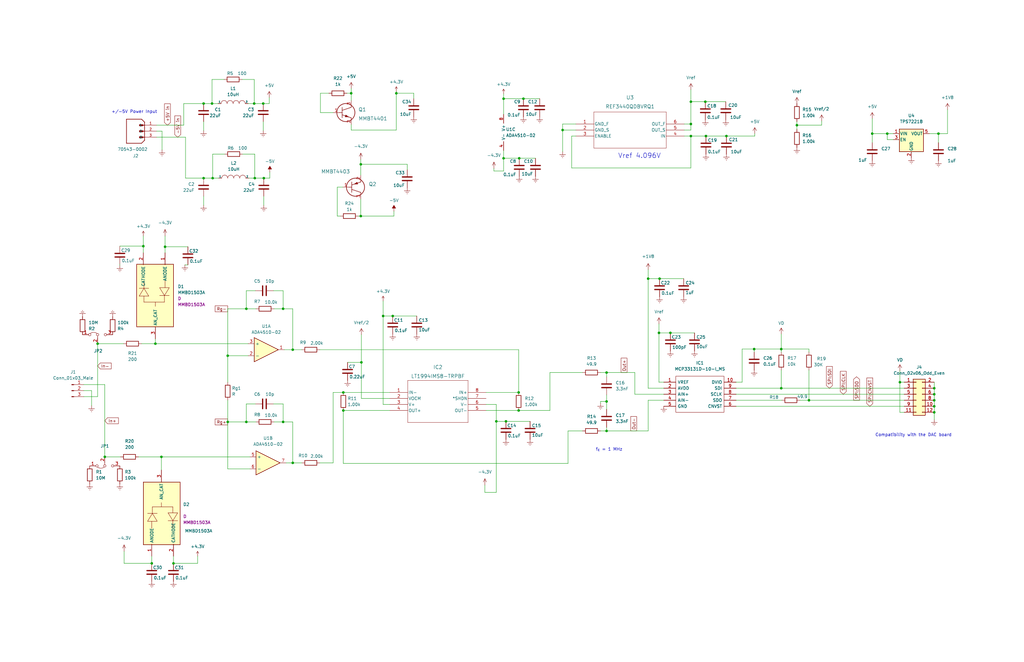
<source format=kicad_sch>
(kicad_sch (version 20231120) (generator "eeschema") (generator_version "8.0")
  (paper "B")
  (title_block (title "Instrumentation input 16bit, for SPI") (date "2024-01-11") (rev "0.1") (company "Mitchell C Nelson, PhD (c) 2024"))
  (junction (at 123.444 147.574))
  (junction (at 107.188 43.688))
  (junction (at 255.778 157.226))
  (junction (at 41.148 145.034))
  (junction (at 282.702 140.462))
  (junction (at 212.344 41.656))
  (junction (at 341.122 168.91))
  (junction (at 85.852 75.184))
  (junction (at 209.296 177.8))
  (junction (at 218.948 66.802))
  (junction (at 119.38 130.302))
  (junction (at 393.954 168.91))
  (junction (at 44.196 192.786))
  (junction (at 367.792 56.388))
  (junction (at 297.688 57.404))
  (junction (at 60.452 103.886))
  (junction (at 152.4 152.908))
  (junction (at 68.072 192.786))
  (junction (at 306.324 57.404))
  (junction (at 123.444 195.326))
  (junction (at 69.596 104.14))
  (junction (at 273.304 117.602))
  (junction (at 278.13 117.602))
  (junction (at 218.694 165.608))
  (junction (at 255.778 181.864))
  (junction (at 393.954 171.45))
  (junction (at 103.886 178.054))
  (junction (at 393.954 163.83))
  (junction (at 111.252 75.184))
  (junction (at 213.36 177.8))
  (junction (at 393.954 173.99))
  (junction (at 379.476 161.29))
  (junction (at 165.608 133.35))
  (junction (at 167.132 39.37))
  (junction (at 152.146 69.342))
  (junction (at 64.008 237.744))
  (junction (at 103.886 130.302))
  (junction (at 329.438 147.32))
  (junction (at 218.694 173.228))
  (junction (at 89.408 43.688))
  (junction (at 291.338 57.404))
  (junction (at 144.78 173.228))
  (junction (at 107.442 75.184))
  (junction (at 277.876 140.462))
  (junction (at 374.142 56.388))
  (junction (at 96.012 150.114))
  (junction (at 152.146 91.186))
  (junction (at 65.532 145.034))
  (junction (at 329.438 163.83))
  (junction (at 237.236 54.864))
  (junction (at 220.726 41.656))
  (junction (at 395.732 56.388))
  (junction (at 336.042 52.832))
  (junction (at 318.008 147.32))
  (junction (at 212.344 66.802))
  (junction (at 161.544 133.35))
  (junction (at 291.338 42.926))
  (junction (at 291.338 52.324))
  (junction (at 110.998 43.688))
  (junction (at 89.662 75.184))
  (junction (at 96.012 178.054))
  (junction (at 144.78 165.608))
  (junction (at 119.38 178.054))
  (junction (at 255.778 169.418))
  (junction (at 393.954 166.37))
  (junction (at 297.434 42.926))
  (junction (at 148.082 39.37))
  (junction (at 85.852 43.688))
  (junction (at 73.152 237.744))
  (wire (pts (xy 267.716 166.37) (xy 267.716 157.226)))
  (wire (pts (xy 393.954 173.99) (xy 393.954 177.038)))
  (wire (pts (xy 277.876 140.462) (xy 282.702 140.462)))
  (wire (pts (xy 204.978 165.608) (xy 218.694 165.608)))
  (wire (pts (xy 242.824 52.324) (xy 237.236 52.324)))
  (wire (pts (xy 69.596 104.14) (xy 79.248 104.14)))
  (wire (pts (xy 273.304 168.91) (xy 273.304 181.864)))
  (wire (pts (xy 127.254 147.574) (xy 123.444 147.574)))
  (wire (pts (xy 115.57 130.302) (xy 119.38 130.302)))
  (wire (pts (xy 142.24 91.186) (xy 143.51 91.186)))
  (wire (pts (xy 96.012 168.91) (xy 96.012 178.054)))
  (wire (pts (xy 115.316 122.682) (xy 119.38 122.682)))
  (wire (pts (xy 341.122 156.21) (xy 341.122 168.91)))
  (wire (pts (xy 89.408 43.688) (xy 91.948 43.688)))
  (wire (pts (xy 318.262 57.404) (xy 318.262 56.388)))
  (wire (pts (xy 103.886 170.434) (xy 103.886 178.054)))
  (wire (pts (xy 209.296 177.8) (xy 213.36 177.8)))
  (wire (pts (xy 111.252 75.184) (xy 113.792 75.184)))
  (wire (pts (xy 68.326 55.372) (xy 68.326 63.246)))
  (wire (pts (xy 306.324 57.404) (xy 318.262 57.404)))
  (wire (pts (xy 119.888 147.574) (xy 123.444 147.574)))
  (wire (pts (xy 123.444 178.054) (xy 123.444 195.326)))
  (wire (pts (xy 83.312 237.744) (xy 83.312 234.696)))
  (wire (pts (xy 218.694 147.574) (xy 218.694 165.608)))
  (wire (pts (xy 310.388 171.45) (xy 381.254 171.45)))
  (wire (pts (xy 393.954 161.29) (xy 393.954 163.83)))
  (wire (pts (xy 255.778 180.34) (xy 255.778 181.864)))
  (wire (pts (xy 291.338 54.864) (xy 288.544 54.864)))
  (wire (pts (xy 152.146 84.074) (xy 152.146 91.186)))
  (wire (pts (xy 113.792 72.644) (xy 113.792 75.184)))
  (wire (pts (xy 119.38 170.434) (xy 119.38 178.054)))
  (wire (pts (xy 140.462 165.608) (xy 144.78 165.608)))
  (wire (pts (xy 44.196 162.306) (xy 44.196 192.786)))
  (wire (pts (xy 255.778 169.418) (xy 253.238 169.418)))
  (wire (pts (xy 174.498 39.37) (xy 167.132 39.37)))
  (wire (pts (xy 134.874 147.574) (xy 218.694 147.574)))
  (wire (pts (xy 77.47 43.688) (xy 77.47 52.832)))
  (wire (pts (xy 148.082 54.864) (xy 167.132 54.864)))
  (wire (pts (xy 146.558 152.908) (xy 152.4 152.908)))
  (wire (pts (xy 318.008 147.32) (xy 329.438 147.32)))
  (wire (pts (xy 134.874 195.326) (xy 140.462 195.326)))
  (wire (pts (xy 164.338 170.688) (xy 161.544 170.688)))
  (wire (pts (xy 50.546 111.506) (xy 50.546 112.014)))
  (wire (pts (xy 310.388 163.83) (xy 329.438 163.83)))
  (wire (pts (xy 282.702 140.462) (xy 292.862 140.462)))
  (wire (pts (xy 212.344 66.802) (xy 218.948 66.802)))
  (wire (pts (xy 291.338 42.926) (xy 291.338 52.324)))
  (wire (pts (xy 279.908 168.91) (xy 273.304 168.91)))
  (wire (pts (xy 60.452 103.886) (xy 60.452 106.68)))
  (wire (pts (xy 107.95 130.302) (xy 103.886 130.302)))
  (wire (pts (xy 237.236 54.864) (xy 242.824 54.864)))
  (wire (pts (xy 115.316 170.434) (xy 119.38 170.434)))
  (wire (pts (xy 391.922 56.388) (xy 395.732 56.388)))
  (wire (pts (xy 151.13 91.186) (xy 152.146 91.186)))
  (wire (pts (xy 253.238 169.418) (xy 253.238 170.18)))
  (wire (pts (xy 144.526 78.994) (xy 142.24 78.994)))
  (wire (pts (xy 277.876 161.29) (xy 277.876 140.462)))
  (wire (pts (xy 107.188 43.688) (xy 110.998 43.688)))
  (wire (pts (xy 253.238 181.864) (xy 255.778 181.864)))
  (wire (pts (xy 291.338 52.324) (xy 291.338 54.864)))
  (wire (pts (xy 120.65 195.326) (xy 123.444 195.326)))
  (wire (pts (xy 64.008 237.744) (xy 52.324 237.744)))
  (wire (pts (xy 341.122 147.32) (xy 341.122 148.59)))
  (wire (pts (xy 65.532 145.034) (xy 104.648 145.034)))
  (wire (pts (xy 310.388 166.37) (xy 381.254 166.37)))
  (wire (pts (xy 336.042 52.832) (xy 346.456 52.832)))
  (wire (pts (xy 102.108 33.528) (xy 107.188 33.528)))
  (wire (pts (xy 346.456 52.832) (xy 346.456 51.054)))
  (wire (pts (xy 212.344 39.624) (xy 212.344 41.656)))
  (wire (pts (xy 312.928 147.32) (xy 312.928 161.29)))
  (wire (pts (xy 167.132 39.37) (xy 167.132 38.608)))
  (wire (pts (xy 255.778 169.418) (xy 255.778 172.72)))
  (wire (pts (xy 241.046 70.866) (xy 291.338 70.866)))
  (wire (pts (xy 291.338 42.926) (xy 297.434 42.926)))
  (wire (pts (xy 96.012 197.866) (xy 105.41 197.866)))
  (wire (pts (xy 135.128 47.498) (xy 140.462 47.498)))
  (wire (pts (xy 107.442 65.024) (xy 107.442 75.184)))
  (wire (pts (xy 58.42 192.786) (xy 68.072 192.786)))
  (wire (pts (xy 152.4 152.908) (xy 152.4 168.148)))
  (wire (pts (xy 273.304 117.602) (xy 273.304 113.792)))
  (wire (pts (xy 312.928 147.32) (xy 318.008 147.32)))
  (wire (pts (xy 165.608 133.35) (xy 175.768 133.35)))
  (wire (pts (xy 94.742 65.024) (xy 89.662 65.024)))
  (wire (pts (xy 393.954 171.45) (xy 393.954 173.99)))
  (wire (pts (xy 59.69 145.034) (xy 65.532 145.034)))
  (wire (pts (xy 164.338 168.148) (xy 152.4 168.148)))
  (wire (pts (xy 107.696 122.682) (xy 103.886 122.682)))
  (wire (pts (xy 85.852 75.184) (xy 89.662 75.184)))
  (wire (pts (xy 204.978 170.688) (xy 209.296 170.688)))
  (wire (pts (xy 152.146 69.342) (xy 171.704 69.342)))
  (wire (pts (xy 144.78 195.58) (xy 239.522 195.58)))
  (wire (pts (xy 237.236 54.864) (xy 237.236 64.008)))
  (wire (pts (xy 208.28 71.12) (xy 208.28 72.136)))
  (wire (pts (xy 85.852 82.804) (xy 85.852 86.614)))
  (wire (pts (xy 161.544 133.35) (xy 161.544 170.688)))
  (wire (pts (xy 110.998 51.308) (xy 110.998 55.118)))
  (wire (pts (xy 329.438 147.32) (xy 329.438 148.59)))
  (wire (pts (xy 50.546 103.886) (xy 60.452 103.886)))
  (wire (pts (xy 204.978 173.228) (xy 218.694 173.228)))
  (wire (pts (xy 73.152 234.696) (xy 73.152 237.744)))
  (wire (pts (xy 208.28 72.136) (xy 212.344 72.136)))
  (wire (pts (xy 381.254 161.29) (xy 379.476 161.29)))
  (wire (pts (xy 44.196 192.786) (xy 50.8 192.786)))
  (wire (pts (xy 341.122 168.91) (xy 381.254 168.91)))
  (wire (pts (xy 277.876 140.462) (xy 277.876 136.652)))
  (wire (pts (xy 209.296 170.688) (xy 209.296 177.8)))
  (wire (pts (xy 60.452 99.568) (xy 60.452 103.886)))
  (wire (pts (xy 103.886 130.302) (xy 96.012 130.302)))
  (wire (pts (xy 138.684 39.37) (xy 135.128 39.37)))
  (wire (pts (xy 107.188 33.528) (xy 107.188 43.688)))
  (wire (pts (xy 237.236 52.324) (xy 237.236 54.864)))
  (wire (pts (xy 288.544 52.324) (xy 291.338 52.324)))
  (wire (pts (xy 161.544 133.35) (xy 165.608 133.35)))
  (wire (pts (xy 374.142 58.928) (xy 374.142 56.388)))
  (wire (pts (xy 395.732 56.388) (xy 399.542 56.388)))
  (wire (pts (xy 148.082 52.578) (xy 148.082 54.864)))
  (wire (pts (xy 64.008 234.696) (xy 64.008 237.744)))
  (wire (pts (xy 103.886 178.054) (xy 96.012 178.054)))
  (wire (pts (xy 152.4 141.224) (xy 152.4 152.908)))
  (wire (pts (xy 96.012 161.29) (xy 96.012 150.114)))
  (wire (pts (xy 135.128 39.37) (xy 135.128 47.498)))
  (wire (pts (xy 291.338 37.846) (xy 291.338 42.926)))
  (wire (pts (xy 204.47 204.724) (xy 204.47 207.772)))
  (wire (pts (xy 279.908 163.83) (xy 273.304 163.83)))
  (wire (pts (xy 78.232 57.912) (xy 78.232 75.184)))
  (wire (pts (xy 367.792 56.388) (xy 367.792 60.198)))
  (wire (pts (xy 273.304 117.602) (xy 273.304 163.83)))
  (wire (pts (xy 255.778 157.226) (xy 255.778 159.004)))
  (wire (pts (xy 110.998 43.688) (xy 113.538 43.688)))
  (wire (pts (xy 291.338 57.404) (xy 297.688 57.404)))
  (wire (pts (xy 96.012 178.054) (xy 96.012 197.866)))
  (wire (pts (xy 127.254 195.326) (xy 123.444 195.326)))
  (wire (pts (xy 213.36 177.8) (xy 223.52 177.8)))
  (wire (pts (xy 227.584 41.656) (xy 220.726 41.656)))
  (wire (pts (xy 69.596 104.14) (xy 69.596 106.68)))
  (wire (pts (xy 231.902 173.228) (xy 231.902 157.226)))
  (wire (pts (xy 103.886 122.682) (xy 103.886 130.302)))
  (wire (pts (xy 379.476 173.99) (xy 381.254 173.99)))
  (wire (pts (xy 119.38 178.054) (xy 123.444 178.054)))
  (wire (pts (xy 73.152 237.744) (xy 83.312 237.744)))
  (wire (pts (xy 393.954 166.37) (xy 393.954 168.91)))
  (wire (pts (xy 115.57 178.054) (xy 119.38 178.054)))
  (wire (pts (xy 89.662 75.184) (xy 92.202 75.184)))
  (wire (pts (xy 85.852 43.688) (xy 77.47 43.688)))
  (wire (pts (xy 225.806 66.802) (xy 218.948 66.802)))
  (wire (pts (xy 279.908 166.37) (xy 267.716 166.37)))
  (wire (pts (xy 85.852 51.308) (xy 85.852 55.118)))
  (wire (pts (xy 68.072 198.374) (xy 68.072 192.786)))
  (wire (pts (xy 78.232 57.912) (xy 66.04 57.912)))
  (wire (pts (xy 41.148 145.034) (xy 52.07 145.034)))
  (wire (pts (xy 212.344 41.656) (xy 220.726 41.656)))
  (wire (pts (xy 329.438 156.21) (xy 329.438 163.83)))
  (wire (pts (xy 255.778 157.226) (xy 267.716 157.226)))
  (wire (pts (xy 245.618 181.864) (xy 239.522 181.864)))
  (wire (pts (xy 174.498 41.656) (xy 174.498 39.37)))
  (wire (pts (xy 148.082 37.338) (xy 148.082 39.37)))
  (wire (pts (xy 329.438 163.83) (xy 381.254 163.83)))
  (wire (pts (xy 152.146 67.31) (xy 152.146 69.342)))
  (wire (pts (xy 379.476 161.29) (xy 379.476 156.464)))
  (wire (pts (xy 146.304 39.37) (xy 148.082 39.37)))
  (wire (pts (xy 140.462 195.326) (xy 140.462 165.608)))
  (wire (pts (xy 94.488 33.528) (xy 89.408 33.528)))
  (wire (pts (xy 367.792 56.388) (xy 374.142 56.388)))
  (wire (pts (xy 142.24 78.994) (xy 142.24 91.186)))
  (wire (pts (xy 329.438 147.32) (xy 329.438 140.97)))
  (wire (pts (xy 376.682 58.928) (xy 374.142 58.928)))
  (wire (pts (xy 119.38 122.682) (xy 119.38 130.302)))
  (wire (pts (xy 212.344 66.802) (xy 212.344 72.136)))
  (wire (pts (xy 278.13 117.602) (xy 288.29 117.602)))
  (wire (pts (xy 367.792 50.038) (xy 367.792 56.388)))
  (wire (pts (xy 329.438 147.32) (xy 341.122 147.32)))
  (wire (pts (xy 152.146 91.186) (xy 166.116 91.186)))
  (wire (pts (xy 77.978 111.76) (xy 79.248 111.76)))
  (wire (pts (xy 35.306 164.846) (xy 38.608 164.846)))
  (wire (pts (xy 113.538 41.148) (xy 113.538 43.688)))
  (wire (pts (xy 78.232 75.184) (xy 85.852 75.184)))
  (wire (pts (xy 318.008 147.32) (xy 318.008 148.59)))
  (wire (pts (xy 66.04 55.372) (xy 68.326 55.372)))
  (wire (pts (xy 297.434 42.926) (xy 306.07 42.926)))
  (wire (pts (xy 337.312 168.91) (xy 341.122 168.91)))
  (wire (pts (xy 144.78 173.228) (xy 164.338 173.228)))
  (wire (pts (xy 171.704 71.628) (xy 171.704 69.342)))
  (wire (pts (xy 89.408 33.528) (xy 89.408 43.688)))
  (wire (pts (xy 111.252 82.804) (xy 111.252 86.614)))
  (wire (pts (xy 35.306 162.306) (xy 44.196 162.306)))
  (wire (pts (xy 152.146 69.342) (xy 152.146 73.914)))
  (wire (pts (xy 35.306 167.386) (xy 41.148 167.386)))
  (wire (pts (xy 379.476 173.99) (xy 379.476 161.29)))
  (wire (pts (xy 273.304 181.864) (xy 255.778 181.864)))
  (wire (pts (xy 273.304 117.602) (xy 278.13 117.602)))
  (wire (pts (xy 395.732 56.388) (xy 395.732 60.198)))
  (wire (pts (xy 65.532 143.002) (xy 65.532 145.034)))
  (wire (pts (xy 239.522 195.58) (xy 239.522 181.864)))
  (wire (pts (xy 312.928 161.29) (xy 310.388 161.29)))
  (wire (pts (xy 52.324 237.744) (xy 52.324 232.664)))
  (wire (pts (xy 310.388 168.91) (xy 329.692 168.91)))
  (wire (pts (xy 297.688 57.404) (xy 306.324 57.404)))
  (wire (pts (xy 102.362 65.024) (xy 107.442 65.024)))
  (wire (pts (xy 374.142 56.388) (xy 376.682 56.388)))
  (wire (pts (xy 336.042 52.832) (xy 336.042 51.308)))
  (wire (pts (xy 144.78 165.608) (xy 164.338 165.608)))
  (wire (pts (xy 241.046 57.404) (xy 241.046 70.866)))
  (wire (pts (xy 291.338 70.866) (xy 291.338 57.404)))
  (wire (pts (xy 104.648 43.688) (xy 107.188 43.688)))
  (wire (pts (xy 107.442 75.184) (xy 111.252 75.184)))
  (wire (pts (xy 204.47 207.772) (xy 209.296 207.772)))
  (wire (pts (xy 253.238 157.226) (xy 255.778 157.226)))
  (wire (pts (xy 66.04 52.832) (xy 77.47 52.832)))
  (wire (pts (xy 144.78 173.228) (xy 144.78 195.58)))
  (wire (pts (xy 393.954 168.91) (xy 393.954 171.45)))
  (wire (pts (xy 107.95 178.054) (xy 103.886 178.054)))
  (wire (pts (xy 209.296 177.8) (xy 209.296 207.772)))
  (wire (pts (xy 242.824 57.404) (xy 241.046 57.404)))
  (wire (pts (xy 212.344 41.656) (xy 212.344 48.26)))
  (wire (pts (xy 123.444 130.302) (xy 123.444 147.574)))
  (wire (pts (xy 96.012 130.302) (xy 96.012 150.114)))
  (wire (pts (xy 218.694 173.228) (xy 231.902 173.228)))
  (wire (pts (xy 212.344 63.5) (xy 212.344 66.802)))
  (wire (pts (xy 336.042 54.61) (xy 336.042 52.832)))
  (wire (pts (xy 69.596 99.568) (xy 69.596 104.14)))
  (wire (pts (xy 85.852 43.688) (xy 89.408 43.688)))
  (wire (pts (xy 89.662 65.024) (xy 89.662 75.184)))
  (wire (pts (xy 166.116 89.154) (xy 166.116 91.186)))
  (wire (pts (xy 38.608 164.846) (xy 38.608 171.196)))
  (wire (pts (xy 399.542 46.228) (xy 399.542 56.388)))
  (wire (pts (xy 161.544 127) (xy 161.544 133.35)))
  (wire (pts (xy 288.544 57.404) (xy 291.338 57.404)))
  (wire (pts (xy 255.778 166.624) (xy 255.778 169.418)))
  (wire (pts (xy 245.618 157.226) (xy 231.902 157.226)))
  (wire (pts (xy 119.38 130.302) (xy 123.444 130.302)))
  (wire (pts (xy 41.148 145.034) (xy 41.148 167.386)))
  (wire (pts (xy 167.132 54.864) (xy 167.132 39.37)))
  (wire (pts (xy 96.012 150.114) (xy 104.648 150.114)))
  (wire (pts (xy 393.954 163.83) (xy 393.954 166.37)))
  (wire (pts (xy 68.072 192.786) (xy 105.41 192.786)))
  (wire (pts (xy 107.696 170.434) (xy 103.886 170.434)))
  (wire (pts (xy 104.902 75.184) (xy 107.442 75.184)))
  (wire (pts (xy 148.082 39.37) (xy 148.082 42.418)))
  (wire (pts (xy 277.876 161.29) (xy 279.908 161.29)))
  (text "+/-5V Power Input" (at 66.294 48.006 0) (effects (font (size 1.27 1.27)) (justify right bottom)))
  (text "Vref 4.096V" (at 260.604 67.056 0) (effects (font (size 2.032 2.032)) (justify left bottom)))
  (text "Compatibility with the DAC board" (at 369.062 184.404 0) (effects (font (size 1.27 1.27)) (justify left bottom)))
  (text "f_{c} = 1 MHz" (at 251.206 190.5 0) (effects (font (size 1.27 1.27)) (justify left bottom)))
  (global_label "In-" (shape input) (at 41.148 154.432 0) (property "Intersheetrefs" "${INTERSHEET_REFS}" (effects (hide yes))))
  (global_label "Rg+" (shape passive) (at 96.012 178.054 180) (property "Intersheetrefs" "${INTERSHEET_REFS}" (effects (hide yes))))
  (global_label "Out-" (shape passive) (at 267.208 181.864 90) (property "Intersheetrefs" "${INTERSHEET_REFS}" (effects (hide yes))))
  (global_label "SPI:SDI" (shape input) (at 349.758 163.83 90) (property "Intersheetrefs" "${INTERSHEET_REFS}" (effects (hide yes))))
  (global_label "SPI:CLK" (shape input) (at 355.6 166.37 90) (property "Intersheetrefs" "${INTERSHEET_REFS}" (effects (hide yes))))
  (global_label "Rg-" (shape passive) (at 96.012 130.302 180) (property "Intersheetrefs" "${INTERSHEET_REFS}" (effects (hide yes))))
  (global_label "-5V in" (shape input) (at 74.93 57.912 90) (property "Intersheetrefs" "${INTERSHEET_REFS}" (effects (hide yes))))
  (global_label "SPI:CNVST" (shape input) (at 366.776 171.45 90) (property "Intersheetrefs" "${INTERSHEET_REFS}" (effects (hide yes))))
  (global_label "In+" (shape input) (at 44.196 177.546 0) (property "Intersheetrefs" "${INTERSHEET_REFS}" (effects (hide yes))))
  (global_label "Out+" (shape passive) (at 263.144 157.226 90) (property "Intersheetrefs" "${INTERSHEET_REFS}" (effects (hide yes))))
  (global_label "SPI:SDO" (shape output) (at 361.188 168.91 90) (property "Intersheetrefs" "${INTERSHEET_REFS}" (effects (hide yes))))
  (global_label "+5V in" (shape input) (at 70.612 52.832 90) (property "Intersheetrefs" "${INTERSHEET_REFS}" (effects (hide yes))))
  (symbol (lib_id "Jumper:Jumper_3_Bridged12") (at 41.148 141.224 0) (unit 1)
    (property "Reference" "JP2" (at 41.402 148.082 0))
    (property "Value" "Conn_01x03_Male" (effects (hide yes)))
    (property "Footprint" "Connector_PinHeader_1.27mm:PinHeader_1x03_P1.27mm_Vertical" (effects (hide yes)))
    (property "Description" "Header (jumper), 3 pos 1.27mm" (effects (hide yes)))
    (property "Digikey" "S9014E-03-ND" (effects (hide yes)))
    (property "Manufacturer_Name" "Sullins" (effects (hide yes)))
    (property "Manufacturer_Part_Number" "GRPB031VWVN-RC" (effects (hide yes)))
    (property "Ancilliary" "S9345-ND" (effects (hide yes)))
  )
  (symbol (lib_id "Device:C") (at 395.732 64.008 0) (unit 1)
    (property "Reference" "C28" (at 399.542 62.7379 0) (effects (justify left)))
    (property "Value" "1uF" (at 399.542 67.818 0) (effects (justify left)))
    (property "Footprint" "Capacitor_SMD:C_0402_1005Metric" (effects (hide yes)))
    (property "Description" "Cap Cer 1uf, 10%, 16V X5R 0402" (effects (hide yes)))
    (property "Digikey" "490-13339-1-ND" (effects (hide yes)))
  )
  (symbol (lib_id "Device:C") (at 318.008 152.4 0) (unit 1)
    (property "Reference" "C26" (at 321.818 151.1299 0) (effects (justify left)))
    (property "Value" "0.1uF" (at 321.818 153.6699 0) (effects (justify left)))
    (property "Footprint" "Capacitor_SMD:C_0402_1005Metric" (effects (hide yes)))
    (property "Description" "Cap Cer 0.1uf, 10%, 16V, X7R 0402" (effects (hide yes)))
    (property "Digikey" "490-6328-1-ND" (effects (hide yes)))
  )
  (symbol (lib_id "Device:Opamp_Dual") (at 214.884 55.88 0) (unit 3)
    (property "Reference" "U1" (at 213.36 54.6099 0) (effects (justify left)))
    (property "Value" "ADA4510-02" (at 213.36 57.1499 0) (effects (justify left)))
    (property "Footprint" "Package_SO:SOIC-8_3.9x4.9mm_P1.27mm" (effects (hide yes)))
    (property "Description" "ADA4510-2, dual, 8-SOIC" (effects (hide yes)))
    (property "Manufacturer_Name" "Analog Devices" (effects (hide yes)))
    (property "Manufacturer_Part_Number" "ADA4510-2ARZ" (effects (hide yes)))
    (property "Digikey" "505-ADA4510-2ARZ-RLCT-ND" (effects (hide yes)))
  )
  (symbol (lib_id "power:Earth") (at 292.862 148.082 0) (unit 1)
    (property "Reference" "#PWR040" (effects (hide yes)))
    (property "Value" "Earth" (effects (hide yes)))
  )
  (symbol (lib_id "power:Earth") (at 278.13 125.222 0) (unit 1)
    (property "Reference" "#PWR035" (effects (hide yes)))
    (property "Value" "Earth" (effects (hide yes)))
  )
  (symbol (lib_id "Device:R") (at 131.064 195.326 90) (unit 1)
    (property "Reference" "R10" (at 127.762 192.278 90))
    (property "Value" "2.00k" (at 133.604 192.532 90))
    (property "Footprint" "Resistor_SMD:R_0402_1005Metric" (effects (hide yes)))
    (property "Description" "Res 2k, 0.1%, 0.1W 0402" (effects (hide yes)))
    (property "Digikey" "10-ERA-2VEB2001XCT-ND" (effects (hide yes)))
  )
  (symbol (lib_id "power:Earth") (at 225.806 74.422 0) (unit 1)
    (property "Reference" "#PWR019" (effects (hide yes)))
    (property "Value" "Earth" (effects (hide yes)))
  )
  (symbol (lib_id "Device:R") (at 111.76 130.302 90) (unit 1)
    (property "Reference" "R7" (at 108.458 127.254 90))
    (property "Value" "10.0k" (at 114.3 127.508 90))
    (property "Footprint" "Resistor_SMD:R_0402_1005Metric" (effects (hide yes)))
    (property "Description" "Res 10k, 0.1%, 0.1W 0402" (effects (hide yes)))
    (property "Digikey" "RNCF0402BTE10K0CT-ND" (effects (hide yes)))
  )
  (symbol (lib_id "MMBT4401:MMBT4401") (at 140.462 47.498 0) (unit 1)
    (property "Reference" "Q1" (at 151.13 46.228 0) (effects (font (size 1.524 1.524)) (justify left)))
    (property "Value" "MMBT4401" (at 151.13 50.038 0) (effects (font (size 1.524 1.524)) (justify left)))
    (property "Footprint" "SOT-23_LTO" (effects (hide yes)))
    (property "Datasheet" "MMBT4401" (effects (hide yes)))
    (property "Description" "MMBT4401, BJT NPN 40V 600mA SOT-23" (effects (hide yes)))
    (property "Digikey" "4878-MMBT4401CT-ND" (effects (hide yes)))
  )
  (symbol (lib_name "-4.3V_2") (lib_id "MorePowerSymbols:-4.3V") (at 204.47 204.724 0) (unit 1) (in_bom no) (on_board no)
    (property "Reference" "#PWR065" (effects (hide yes)))
    (property "Value" "-4.3V" (at 204.47 199.136 0))
  )
  (symbol (lib_id "MMBD1503A:MMBD1503A") (at 68.072 234.696 90) (unit 1)
    (property "Reference" "D2" (at 77.216 212.8519 90) (effects (justify right)))
    (property "Value" "MMBD1503A" (at 77.978 224.028 90) (effects (justify right)))
    (property "Footprint" "Package_TO_SOT_SMD:SOT-23" (effects (hide yes)))
    (property "Description" "MMBD1503A, SOT-23" (effects (hide yes)))
    (property "Reference_1" "D" (at 77.216 217.9319 90) (effects (justify right)))
    (property "Value_1" "MMBD1503A" (at 77.216 220.4719 90) (effects (justify right)))
    (property "Footprint_1" "SOT95P240X120-3N" (effects (hide yes)))
    (property "Datasheet_1" "http://www.onsemi.com/pub/Collateral/MMBD1501-D.pdf" (effects (hide yes)))
    (property "Height" "1.2" (effects (hide yes)))
    (property "Mouser Part Number" "512-MMBD1503A" (effects (hide yes)))
    (property "Mouser Price/Stock" "https://www.mouser.co.uk/ProductDetail/onsemi-Fairchild/MMBD1503A?qs=7oZ3HZRjbRmGCcKCTuDPOA%3D%3D" (effects (hide yes)))
    (property "Arrow Part Number" "MMBD1503A" (effects (hide yes)))
    (property "Arrow Price/Stock" "https://www.arrow.com/en/products/mmbd1503a/on-semiconductor?region=europe" (effects (hide yes)))
    (property "Digikey" "MMBD1503ACT-ND" (effects (hide yes)))
  )
  (symbol (lib_id "Device:R") (at 98.552 65.024 90) (unit 1)
    (property "Reference" "R6" (at 97.282 62.484 90))
    (property "Value" "100" (at 102.362 62.484 90))
    (property "Footprint" "Resistor_SMD:R_0603_1608Metric" (effects (hide yes)))
    (property "Description" "Res 100, 1% 1/4W 0603" (effects (hide yes)))
    (property "Digikey" "541-2786-1-ND" (effects (hide yes)))
  )
  (symbol (lib_id "power:-5V") (at 113.792 72.644 0) (mirror y) (unit 1)
    (property "Reference" "#PWR012" (effects (hide yes)))
    (property "Value" "-5V" (at 113.792 68.072 0))
  )
  (symbol (lib_id "power:Earth") (at 37.846 204.216 0) (unit 1)
    (property "Reference" "#PWR03" (effects (hide yes)))
    (property "Value" "Earth" (effects (hide yes)))
  )
  (symbol (lib_id "Device:R") (at 98.298 33.528 90) (unit 1)
    (property "Reference" "R5" (at 97.028 30.988 90))
    (property "Value" "100" (at 102.108 30.988 90))
    (property "Footprint" "Resistor_SMD:R_0603_1608Metric" (effects (hide yes)))
    (property "Description" "Res 100, 1% 1/4W 0603" (effects (hide yes)))
    (property "Digikey" "541-2786-1-ND" (effects (hide yes)))
  )
  (symbol (lib_name "+5V_1") (lib_id "power:+5V") (at 277.876 136.652 0) (unit 1)
    (property "Reference" "#PWR034" (effects (hide yes)))
    (property "Value" "Vref" (at 277.876 131.572 0))
  )
  (symbol (lib_id "Jumper:Jumper_3_Bridged12") (at 44.196 196.596 0) (mirror x) (unit 1)
    (property "Reference" "JP1" (at 44.196 188.214 0))
    (property "Value" "Conn_01x03_Male" (effects (hide yes)))
    (property "Footprint" "Connector_PinHeader_1.27mm:PinHeader_1x03_P1.27mm_Vertical" (effects (hide yes)))
    (property "Description" "Header (jumper), 3 pos 1.27mm" (effects (hide yes)))
    (property "Digikey" "S9014E-03-ND" (effects (hide yes)))
    (property "Manufacturer_Name" "Sullins" (effects (hide yes)))
    (property "Manufacturer_Part_Number" "GRPB031VWVN-RC" (effects (hide yes)))
    (property "Ancilliary" "S9345-ND" (effects (hide yes)))
  )
  (symbol (lib_id "Device:R") (at 142.494 39.37 90) (unit 1)
    (property "Reference" "R22" (at 142.494 33.02 90))
    (property "Value" "1k" (at 142.494 35.56 90))
    (property "Footprint" "Resistor_SMD:R_0402_1005Metric" (effects (hide yes)))
    (property "Description" "Res 1k, 1%, 0.1W 0402" (effects (hide yes)))
    (property "Digikey" "P1.00KLCT-ND" (effects (hide yes)))
  )
  (symbol (lib_id "MMBD1503A:MMBD1503A") (at 65.532 106.68 270) (unit 1)
    (property "Reference" "D1" (at 74.93 120.9039 90) (effects (justify left)))
    (property "Value" "MMBD1503A" (at 74.93 123.4439 90) (effects (justify left)))
    (property "Footprint" "Package_TO_SOT_SMD:SOT-23" (effects (hide yes)))
    (property "Description" "MMBD1503A, SOT-23" (effects (hide yes)))
    (property "Reference_1" "D" (at 74.93 125.9839 90) (effects (justify left)))
    (property "Value_1" "MMBD1503A" (at 74.93 128.5239 90) (effects (justify left)))
    (property "Footprint_1" "SOT95P240X120-3N" (effects (hide yes)))
    (property "Datasheet_1" "http://www.onsemi.com/pub/Collateral/MMBD1501-D.pdf" (effects (hide yes)))
    (property "Height" "1.2" (effects (hide yes)))
    (property "Mouser Part Number" "512-MMBD1503A" (effects (hide yes)))
    (property "Mouser Price/Stock" "https://www.mouser.co.uk/ProductDetail/onsemi-Fairchild/MMBD1503A?qs=7oZ3HZRjbRmGCcKCTuDPOA%3D%3D" (effects (hide yes)))
    (property "Arrow Part Number" "MMBD1503A" (effects (hide yes)))
    (property "Arrow Price/Stock" "https://www.arrow.com/en/products/mmbd1503a/on-semiconductor?region=europe" (effects (hide yes)))
    (property "Digikey" "MMBD1503ACT-ND" (effects (hide yes)))
  )
  (symbol (lib_id "Device:R") (at 55.88 145.034 90) (unit 1)
    (property "Reference" "R21" (at 55.88 149.098 90))
    (property "Value" "200" (at 55.88 151.638 90))
    (property "Footprint" "Resistor_SMD:R_0402_1005Metric" (effects (hide yes)))
    (property "Description" "Res 200, 1%, 0.1W 0402" (effects (hide yes)))
    (property "Digikey" "P200LCT-ND" (effects (hide yes)))
  )
  (symbol (lib_id "power:Earth") (at 47.498 133.604 0) (mirror x) (unit 1)
    (property "Reference" "#PWR08" (effects (hide yes)))
    (property "Value" "Earth" (effects (hide yes)))
  )
  (symbol (lib_id "power:Earth") (at 34.798 133.604 0) (mirror x) (unit 1)
    (property "Reference" "#PWR04" (effects (hide yes)))
    (property "Value" "Earth" (effects (hide yes)))
  )
  (symbol (lib_id "Device:C") (at 171.704 75.438 0) (mirror y) (unit 1)
    (property "Reference" "C33" (at 170.688 72.898 0) (effects (justify left)))
    (property "Value" "10uF" (at 170.688 78.232 0) (effects (justify left)))
    (property "Footprint" "Capacitor_SMD:C_0603_1608Metric" (effects (hide yes)))
    (property "Description" "Cap Cer 10uf, 10%, 16V, X7R 0603" (effects (hide yes)))
    (property "Digikey" "490-12317-1-ND" (effects (hide yes)))
  )
  (symbol (lib_id "Device:C") (at 79.248 107.95 0) (unit 1)
    (property "Reference" "C32" (at 79.756 105.918 0) (effects (justify left)))
    (property "Value" "0.1uF" (at 80.01 110.236 0) (effects (justify left)))
    (property "Footprint" "Capacitor_SMD:C_0402_1005Metric" (effects (hide yes)))
    (property "Description" "Cap Cer 0.1uf, 10%, 16V, X7R 0402" (effects (hide yes)))
    (property "Digikey" "490-6328-1-ND" (effects (hide yes)))
  )
  (symbol (lib_id "power:Earth") (at 175.768 140.97 0) (unit 1)
    (property "Reference" "#PWR022" (effects (hide yes)))
    (property "Value" "Earth" (effects (hide yes)))
  )
  (symbol (lib_id "power:Earth") (at 227.584 49.276 0) (unit 1)
    (property "Reference" "#PWR021" (effects (hide yes)))
    (property "Value" "Earth" (effects (hide yes)))
  )
  (symbol (lib_name "+5V_2") (lib_id "power:+5V") (at 152.4 141.224 0) (unit 1)
    (property "Reference" "#PWR016" (effects (hide yes)))
    (property "Value" "Vref/2" (at 152.4 136.144 0))
  )
  (symbol (lib_id "power:Earth") (at 395.732 67.818 0) (mirror y) (unit 1)
    (property "Reference" "#PWR050" (effects (hide yes)))
    (property "Value" "Earth" (effects (hide yes)))
  )
  (symbol (lib_id "70543-0002:70543-0002") (at 60.96 55.372 0) (mirror y) (unit 1)
    (property "Reference" "J2" (at 58.42 65.786 0) (effects (justify left)))
    (property "Value" "70543-0002" (at 62.23 62.992 0) (effects (justify left)))
    (property "Footprint" "MOLEX_70543-0002" (effects (hide yes)))
    (property "Description" "Shrouded, male, 3pos 2.54mm" (effects (hide yes)))
    (property "PARTREV" "M1" (effects (hide yes)))
    (property "STANDARD" "Manufacturer Recommendations" (effects (hide yes)))
    (property "MAXIMUM_PACKAGE_HEIGHT" "11.81 mm" (effects (hide yes)))
    (property "Digikey" "WM4801-ND" (effects (hide yes)))
    (property "Manufacturer_Name" "Molex" (effects (hide yes)))
    (property "Manufacturer_Part_Number" "0705430002" (effects (hide yes)))
    (property "Ancilliary" "23-0014562032-ND" (effects (hide yes)))
  )
  (symbol (lib_id "Regulator_Linear:TPS72218") (at 384.302 58.928 0) (unit 1)
    (property "Reference" "U4" (at 384.302 48.768 0))
    (property "Value" "TPS72218" (at 384.302 51.308 0))
    (property "Footprint" "Package_TO_SOT_SMD:SOT-23-5" (effects (hide yes)))
    (property "Datasheet" "http://www.ti.com/lit/ds/symlink/tps722.pdf" (effects (hide yes)))
    (property "Description" "IC REG LINEAR 1.8V 50MA SOT23-5" (effects (hide yes)))
    (property "Digikey" "296-27048-1-ND" (effects (hide yes)))
    (property "Manufacturer_Name" "Texas Instruments" (effects (hide yes)))
    (property "Manufacturer_Part_Number" "TPS72218DBV (R/T)" (effects (hide yes)))
  )
  (symbol (lib_id "Device:C") (at 213.36 181.61 0) (unit 1)
    (property "Reference" "C14" (at 213.868 179.578 0) (effects (justify left)))
    (property "Value" "0.1uF" (at 214.122 183.896 0) (effects (justify left)))
    (property "Footprint" "Capacitor_SMD:C_0402_1005Metric" (effects (hide yes)))
    (property "Description" "Cap Cer 0.1uf, 10%, 16V, X7R 0402" (effects (hide yes)))
    (property "Digikey" "490-6328-1-ND" (effects (hide yes)))
  )
  (symbol (lib_id "power:Earth") (at 237.236 64.008 0) (mirror y) (unit 1)
    (property "Reference" "#PWR023" (effects (hide yes)))
    (property "Value" "Earth" (effects (hide yes)))
  )
  (symbol (lib_id "power:Earth") (at 165.608 140.97 0) (unit 1)
    (property "Reference" "#PWR020" (effects (hide yes)))
    (property "Value" "Earth" (effects (hide yes)))
  )
  (symbol (lib_id "power:Earth") (at 111.252 86.614 0) (mirror y) (unit 1)
    (property "Reference" "#PWR010" (effects (hide yes)))
    (property "Value" "Earth" (effects (hide yes)))
  )
  (symbol (lib_id "Device:C") (at 110.998 47.498 0) (unit 1)
    (property "Reference" "C3" (at 107.188 46.2279 0) (effects (justify right)))
    (property "Value" "22uF" (at 107.188 48.7679 0) (effects (justify right)))
    (property "Footprint" "Capacitor_SMD:C_0805_2012Metric" (effects (hide yes)))
    (property "Description" "Cap Cer 22uf,10%, 25V, X5R, 0805" (effects (hide yes)))
    (property "Digikey" "490-12389-1-ND" (effects (hide yes)))
  )
  (symbol (lib_id "power:Earth") (at 220.726 49.276 0) (unit 1)
    (property "Reference" "#PWR041" (effects (hide yes)))
    (property "Value" "Earth" (effects (hide yes)))
  )
  (symbol (lib_name "+5V_2") (lib_id "power:+5V") (at 346.456 51.054 0) (unit 1)
    (property "Reference" "#PWR044" (effects (hide yes)))
    (property "Value" "Vref/2" (at 346.456 45.974 0))
  )
  (symbol (lib_id "Device:C") (at 111.252 78.994 0) (unit 1)
    (property "Reference" "C4" (at 107.442 77.7239 0) (effects (justify right)))
    (property "Value" "22uF" (at 107.442 80.2639 0) (effects (justify right)))
    (property "Footprint" "Capacitor_SMD:C_0805_2012Metric" (effects (hide yes)))
    (property "Description" "Cap Cer 22uf,10%, 25V, X5R, 0805" (effects (hide yes)))
    (property "Digikey" "490-12389-1-ND" (effects (hide yes)))
  )
  (symbol (lib_id "Device:C") (at 282.702 144.272 0) (unit 1)
    (property "Reference" "C23" (at 283.21 142.24 0) (effects (justify left)))
    (property "Value" "100pF" (at 283.464 146.558 0) (effects (justify left)))
    (property "Footprint" "Capacitor_SMD:C_0402_1005Metric" (effects (hide yes)))
    (property "Description" "Cap Cer 100pf, 10%, 16V, X7R 0402" (effects (hide yes)))
    (property "Digikey" "399-17546-1-ND" (effects (hide yes)))
  )
  (symbol (lib_id "Device:R") (at 47.498 137.414 0) (mirror x) (unit 1)
    (property "Reference" "R4" (at 49.53 138.6841 0) (effects (justify left)))
    (property "Value" "100k" (at 49.53 136.1441 0) (effects (justify left)))
    (property "Footprint" "Resistor_SMD:R_0603_1608Metric_Pad0.98x0.95mm_HandSolder" (effects (hide yes)))
    (property "Description" "Res 100k, 1% 0.1W 0603" (effects (hide yes)))
    (property "Digikey" "P100KHCT-ND" (effects (hide yes)))
  )
  (symbol (lib_name "-4.3V_2") (lib_id "MorePowerSymbols:-4.3V") (at 52.324 232.664 0) (unit 1) (in_bom no) (on_board no)
    (property "Reference" "#PWR014" (effects (hide yes)))
    (property "Value" "-4.3V" (at 52.324 227.076 0))
  )
  (symbol (lib_id "Device:C") (at 146.558 156.718 0) (unit 1)
    (property "Reference" "C7" (at 147.066 154.686 0) (effects (justify left)))
    (property "Value" "0.22uF" (at 147.32 159.004 0) (effects (justify left)))
    (property "Footprint" "Capacitor_SMD:C_0402_1005Metric" (effects (hide yes)))
    (property "Description" "Cap Cer 0.22uf, 10%, 16V, X7R 0402" (effects (hide yes)))
    (property "Digikey" "490-10671-1-ND" (effects (hide yes)))
  )
  (symbol (lib_id "power:Earth") (at 318.008 156.21 0) (unit 1)
    (property "Reference" "#PWR045" (effects (hide yes)))
    (property "Value" "Earth" (effects (hide yes)))
  )
  (symbol (lib_id "MorePowerSymbols:+4.3V") (at 167.132 38.608 0) (unit 1) (in_bom no) (on_board no)
    (property "Reference" "#PWR058" (effects (hide yes)))
    (property "Value" "+4.3V" (at 167.132 34.544 0))
  )
  (symbol (lib_id "REF3440QDBVRQ1:REF3440QDBVRQ1") (at 242.824 52.324 0) (unit 1)
    (property "Reference" "U3" (at 265.684 41.148 0) (effects (font (size 1.524 1.524))))
    (property "Value" "REF3440QDBVRQ1" (at 265.684 44.958 0) (effects (font (size 1.524 1.524))))
    (property "Footprint" "SOT-23-6_TEX" (effects (hide yes)))
    (property "Datasheet" "REF3440QDBVRQ1" (effects (hide yes)))
    (property "Description" "IC VREF SERIES 0.05% SOT23-6" (effects (hide yes)))
    (property "Digikey" "296-53237-1-ND" (effects (hide yes)))
    (property "Manufacturer_Name" "Texas Instruments" (effects (hide yes)))
    (property "Manufacturer_Part_Number" "REF3440QDBVRQ1" (effects (hide yes)))
  )
  (symbol (lib_id "power:Earth") (at 85.852 86.614 0) (mirror y) (unit 1)
    (property "Reference" "#PWR06" (effects (hide yes)))
    (property "Value" "Earth" (effects (hide yes)))
  )
  (symbol (lib_id "Device:R") (at 111.76 178.054 90) (unit 1)
    (property "Reference" "R8" (at 108.458 175.006 90))
    (property "Value" "10.0k" (at 114.3 175.26 90))
    (property "Footprint" "Resistor_SMD:R_0402_1005Metric" (effects (hide yes)))
    (property "Description" "Res 10k, 0.1%, 0.1W 0402" (effects (hide yes)))
    (property "Digikey" "RNCF0402BTE10K0CT-ND" (effects (hide yes)))
  )
  (symbol (lib_id "power:Earth") (at 50.546 112.014 0) (unit 1)
    (property "Reference" "#PWR060" (effects (hide yes)))
    (property "Value" "Earth" (effects (hide yes)))
  )
  (symbol (lib_id "power:Earth") (at 306.324 65.024 0) (mirror y) (unit 1)
    (property "Reference" "#PWR032" (effects (hide yes)))
    (property "Value" "Earth" (effects (hide yes)))
  )
  (symbol (lib_id "power:VD") (at 379.476 156.464 0) (unit 1)
    (property "Reference" "#PWR0101" (effects (hide yes)))
    (property "Value" "VD" (at 379.476 151.892 0))
  )
  (symbol (lib_id "power:Earth") (at 218.948 74.422 0) (unit 1)
    (property "Reference" "#PWR017" (effects (hide yes)))
    (property "Value" "Earth" (effects (hide yes)))
  )
  (symbol (lib_id "power:VD") (at 329.438 140.97 0) (unit 1)
    (property "Reference" "#PWR046" (effects (hide yes)))
    (property "Value" "VD" (at 329.438 136.398 0))
  )
  (symbol (lib_id "Device:R") (at 249.428 181.864 90) (unit 1)
    (property "Reference" "R14" (at 249.428 175.768 90))
    (property "Value" "49.9" (at 249.428 178.308 90))
    (property "Footprint" "Resistor_SMD:R_0402_1005Metric" (effects (hide yes)))
    (property "Description" "Res 49.9, 1%, 0.1W 0402" (effects (hide yes)))
    (property "Digikey" "P49.9LCT-ND" (effects (hide yes)))
  )
  (symbol (lib_id "Device:R") (at 341.122 152.4 0) (unit 1)
    (property "Reference" "R19" (at 344.424 151.384 0) (effects (justify left)))
    (property "Value" "30K" (at 343.154 153.924 0) (effects (justify left)))
    (property "Footprint" "Resistor_SMD:R_0402_1005Metric" (effects (hide yes)))
    (property "Description" "Res 30K OHM 1% 0.1W 0402" (effects (hide yes)))
    (property "Digikey" "P30.0KLCT-ND" (effects (hide yes)))
  )
  (symbol (lib_id "power:-5V") (at 166.116 89.154 0) (mirror y) (unit 1)
    (property "Reference" "#PWR057" (effects (hide yes)))
    (property "Value" "-5V" (at 166.116 84.582 0))
  )
  (symbol (lib_id "Device:C") (at 50.546 107.696 0) (unit 1)
    (property "Reference" "C29" (at 51.054 105.664 0) (effects (justify left)))
    (property "Value" "0.1uF" (at 51.308 109.982 0) (effects (justify left)))
    (property "Footprint" "Capacitor_SMD:C_0402_1005Metric" (effects (hide yes)))
    (property "Description" "Cap Cer 0.1uf, 10%, 16V, X7R 0402" (effects (hide yes)))
    (property "Digikey" "490-6328-1-ND" (effects (hide yes)))
  )
  (symbol (lib_id "power:Earth") (at 223.52 185.42 0) (unit 1)
    (property "Reference" "#PWR026" (effects (hide yes)))
    (property "Value" "Earth" (effects (hide yes)))
  )
  (symbol (lib_name "+5V_1") (lib_id "power:+5V") (at 291.338 37.846 0) (unit 1)
    (property "Reference" "#PWR028" (effects (hide yes)))
    (property "Value" "Vref" (at 291.338 32.766 0))
  )
  (symbol (lib_id "power:Earth") (at 73.152 245.364 0) (unit 1)
    (property "Reference" "#PWR062" (effects (hide yes)))
    (property "Value" "Earth" (effects (hide yes)))
  )
  (symbol (lib_id "Device:R") (at 333.502 168.91 90) (unit 1)
    (property "Reference" "R18" (at 326.39 167.64 90))
    (property "Value" "49.9" (at 338.328 167.386 90))
    (property "Footprint" "Resistor_SMD:R_0402_1005Metric" (effects (hide yes)))
    (property "Description" "Res 49.9, 1%, 0.1W 0402" (effects (hide yes)))
    (property "Digikey" "P49.9LCT-ND" (effects (hide yes)))
  )
  (symbol (lib_id "power:Earth") (at 279.908 171.45 0) (unit 1)
    (property "Reference" "#PWR036" (effects (hide yes)))
    (property "Value" "Earth" (effects (hide yes)))
  )
  (symbol (lib_id "Device:R") (at 54.61 192.786 90) (unit 1)
    (property "Reference" "R20" (at 54.61 186.182 90))
    (property "Value" "200" (at 54.61 188.722 90))
    (property "Footprint" "Resistor_SMD:R_0402_1005Metric" (effects (hide yes)))
    (property "Description" "Res 200, 1%, 0.1W 0402" (effects (hide yes)))
    (property "Digikey" "P200LCT-ND" (effects (hide yes)))
  )
  (symbol (lib_id "Device:R") (at 147.32 91.186 90) (unit 1)
    (property "Reference" "R24" (at 147.32 85.852 90))
    (property "Value" "1k" (at 147.32 88.392 90))
    (property "Footprint" "Resistor_SMD:R_0402_1005Metric" (effects (hide yes)))
    (property "Description" "Res 1k, 1%, 0.1W 0402" (effects (hide yes)))
    (property "Digikey" "P1.00KLCT-ND" (effects (hide yes)))
  )
  (symbol (lib_id "Device:C") (at 111.506 122.682 90) (unit 1)
    (property "Reference" "C5" (at 108.458 118.618 90))
    (property "Value" "10p" (at 113.792 118.618 90))
    (property "Footprint" "Capacitor_SMD:C_0402_1005Metric" (effects (hide yes)))
    (property "Description" "Cap Cer 10pf, 5%, 16V, X7R, 0402" (effects (hide yes)))
    (property "Digikey" "478-KAQ05ACG1H100FHCT-ND" (effects (hide yes)))
  )
  (symbol (lib_id "power:Earth") (at 64.008 245.364 0) (unit 1)
    (property "Reference" "#PWR061" (effects (hide yes)))
    (property "Value" "Earth" (effects (hide yes)))
  )
  (symbol (lib_id "power:Earth") (at 384.302 66.548 0) (mirror y) (unit 1)
    (property "Reference" "#PWR049" (effects (hide yes)))
    (property "Value" "Earth" (effects (hide yes)))
  )
  (symbol (lib_id "Device:C") (at 220.726 45.466 0) (mirror y) (unit 1)
    (property "Reference" "C9" (at 219.456 42.926 0) (effects (justify left)))
    (property "Value" "0.1uF" (at 219.456 48.514 0) (effects (justify left)))
    (property "Footprint" "Capacitor_SMD:C_0402_1005Metric" (effects (hide yes)))
    (property "Description" "Cap Cer 0.1uf, 10%, 16V, X7R 0402" (effects (hide yes)))
    (property "Digikey" "490-6328-1-ND" (effects (hide yes)))
  )
  (symbol (lib_id "Device:C") (at 367.792 64.008 0) (unit 1)
    (property "Reference" "C27" (at 371.602 62.7379 0) (effects (justify left)))
    (property "Value" "1uF" (at 361.95 67.564 0) (effects (justify left)))
    (property "Footprint" "Capacitor_SMD:C_0402_1005Metric" (effects (hide yes)))
    (property "Description" "Cap Cer 1uf, 10%, 16V X5R 0402" (effects (hide yes)))
    (property "Digikey" "490-13339-1-ND" (effects (hide yes)))
  )
  (symbol (lib_id "power:Earth") (at 171.704 79.248 0) (unit 1)
    (property "Reference" "#PWR059" (effects (hide yes)))
    (property "Value" "Earth" (effects (hide yes)))
  )
  (symbol (lib_id "power:Earth") (at 213.36 185.42 0) (unit 1)
    (property "Reference" "#PWR025" (effects (hide yes)))
    (property "Value" "Earth" (effects (hide yes)))
  )
  (symbol (lib_name "-4.3V_2") (lib_id "MorePowerSymbols:-4.3V") (at 69.596 99.568 0) (unit 1) (in_bom no) (on_board no)
    (property "Reference" "#PWR018" (effects (hide yes)))
    (property "Value" "-4.3V" (at 69.596 93.98 0))
  )
  (symbol (lib_id "LT1994IMS8-TRPBF:LT1994IMS8-TRPBF") (at 164.338 165.608 0) (unit 1)
    (property "Reference" "IC2" (at 184.658 154.94 0) (effects (font (size 1.524 1.524))))
    (property "Value" "LT1994IMS8-TRPBF" (at 184.658 158.75 0) (effects (font (size 1.524 1.524))))
    (property "Footprint" "SOIC8_LT1994IMS8-TRPBF_ADI" (effects (hide yes)))
    (property "Datasheet" "LT1994IMS8-TRPBF" (effects (hide yes)))
    (property "Description" "LT1994I MS8 8MSOP" (effects (hide yes)))
    (property "Digikey" "505-LT1994IMS8#PBF-ND" (effects (hide yes)))
  )
  (symbol (lib_id "power:Earth") (at 297.434 50.546 0) (mirror y) (unit 1)
    (property "Reference" "#PWR029" (effects (hide yes)))
    (property "Value" "Earth" (effects (hide yes)))
  )
  (symbol (lib_id "Device:R") (at 336.042 58.42 0) (unit 1)
    (property "Reference" "R16" (at 338.328 57.1499 0) (effects (justify left)))
    (property "Value" "1.00k" (at 338.328 59.6899 0) (effects (justify left)))
    (property "Footprint" "Resistor_SMD:R_0402_1005Metric" (effects (hide yes)))
    (property "Description" "Res 1k, 0.1%, 0.1W 0402" (effects (hide yes)))
    (property "Digikey" "738-RNCF0402BTE1K00CT-ND" (effects (hide yes)))
  )
  (symbol (lib_name "+5V_1") (lib_id "power:+5V") (at 336.042 43.688 0) (unit 1)
    (property "Reference" "#PWR042" (effects (hide yes)))
    (property "Value" "Vref" (at 336.042 38.608 0))
  )
  (symbol (lib_id "Device:C") (at 306.07 46.736 0) (unit 1)
    (property "Reference" "C20" (at 307.086 44.45 0) (effects (justify left)))
    (property "Value" "10uF" (at 307.848 49.53 0) (effects (justify left)))
    (property "Footprint" "Capacitor_SMD:C_0603_1608Metric" (effects (hide yes)))
    (property "Description" "Cap Cer 10uf, 10%, 16V, X7R 0603" (effects (hide yes)))
    (property "Digikey" "490-12317-1-ND" (effects (hide yes)))
  )
  (symbol (lib_id "Device:C") (at 223.52 181.61 0) (unit 1)
    (property "Reference" "C15" (at 224.282 179.578 0) (effects (justify left)))
    (property "Value" "10uF" (at 224.282 183.642 0) (effects (justify left)))
    (property "Footprint" "Capacitor_SMD:C_0603_1608Metric" (effects (hide yes)))
    (property "Description" "Cap Cer 10uf, 10%, 16V, X7R 0603" (effects (hide yes)))
    (property "Digikey" "490-12317-1-ND" (effects (hide yes)))
  )
  (symbol (lib_id "Device:Opamp_Dual") (at 112.268 147.574 0) (unit 1)
    (property "Reference" "U1" (at 112.268 137.668 0))
    (property "Value" "ADA4510-02" (at 112.268 140.208 0))
    (property "Footprint" "Package_SO:SOIC-8_3.9x4.9mm_P1.27mm" (effects (hide yes)))
    (property "Description" "ADA4510-2, dual, 8-SOIC" (effects (hide yes)))
    (property "Manufacturer_Name" "Analog Devices" (effects (hide yes)))
    (property "Manufacturer_Part_Number" "ADA4510-2ARZ" (effects (hide yes)))
    (property "Digikey" "505-ADA4510-2ARZ-RLCT-ND" (effects (hide yes)))
  )
  (symbol (lib_id "power:+1V8") (at 399.542 46.228 0) (unit 1)
    (property "Reference" "#PWR051" (effects (hide yes)))
    (property "Value" "+1V8" (at 399.542 41.148 0))
  )
  (symbol (lib_id "MCP33131D-10-I_MS:MCP33131D-10-I_MS") (at 279.908 161.29 0) (unit 1)
    (property "Reference" "IC1" (at 295.148 153.162 0))
    (property "Value" "MCP33131D-10-I_MS" (at 295.148 155.702 0))
    (property "Footprint" "Package_SO:MSOP-10_3x3mm_P0.5mm" (effects (hide yes)))
    (property "Datasheet" "https://componentsearchengine.com/Datasheets/2/MCP33131D-10-I_MS.pdf" (effects (hide yes)))
    (property "Description" "ADC 16-bit, 1 Msps, differential SAR" (effects (hide yes)))
    (property "Height" "1.1" (effects (hide yes)))
    (property "Manufacturer_Name" "Microchip" (effects (hide yes)))
    (property "Manufacturer_Part_Number" "MCP33131D-10-I/MS" (effects (hide yes)))
    (property "Mouser Part Number" "579-MCP33131D10IMS" (effects (hide yes)))
    (property "Mouser Price/Stock" "https://www.mouser.co.uk/ProductDetail/Microchip-Technology/MCP33131D-10-I-MS?qs=F5EMLAvA7ICVAPVVZFdkag%3D%3D" (effects (hide yes)))
    (property "Arrow Part Number" "MCP33131D-10-I/MS" (effects (hide yes)))
    (property "Arrow Price/Stock" "https://www.arrow.com/en/products/mcp33131d-10-ims/microchip-technology" (effects (hide yes)))
    (property "Digikey" "MCP33131D-10-I/MS-ND" (effects (hide yes)))
  )
  (symbol (lib_id "power:Earth") (at 38.608 171.196 0) (unit 1)
    (property "Reference" "#PWR01" (effects (hide yes)))
    (property "Value" "Earth" (effects (hide yes)))
  )
  (symbol (lib_id "power:+5V") (at 367.792 50.038 0) (mirror y) (unit 1)
    (property "Reference" "#PWR047" (effects (hide yes)))
    (property "Value" "+5V" (at 367.792 44.958 0))
  )
  (symbol (lib_id "power:Earth") (at 68.326 63.246 0) (mirror y) (unit 1)
    (property "Reference" "#PWR02" (effects (hide yes)))
    (property "Value" "Earth" (effects (hide yes)))
  )
  (symbol (lib_id "power:+5V") (at 148.082 37.338 0) (unit 1)
    (property "Reference" "#PWR054" (effects (hide yes)))
    (property "Value" "+5V" (at 148.082 32.258 0))
  )
  (symbol (lib_id "Device:C") (at 278.13 121.412 0) (unit 1)
    (property "Reference" "C22" (at 278.638 119.38 0) (effects (justify left)))
    (property "Value" "0.1uF" (at 278.892 123.698 0) (effects (justify left)))
    (property "Footprint" "Capacitor_SMD:C_0402_1005Metric" (effects (hide yes)))
    (property "Description" "Cap Cer 0.1uf, 10%, 16V, X7R 0402" (effects (hide yes)))
    (property "Digikey" "490-6328-1-ND" (effects (hide yes)))
  )
  (symbol (lib_id "Device:C") (at 306.324 61.214 0) (unit 1)
    (property "Reference" "C21" (at 307.34 58.928 0) (effects (justify left)))
    (property "Value" "10uF" (at 308.102 64.008 0) (effects (justify left)))
    (property "Footprint" "Capacitor_SMD:C_0603_1608Metric" (effects (hide yes)))
    (property "Description" "Cap Cer 10uf, 10%, 16V, X7R 0603" (effects (hide yes)))
    (property "Digikey" "490-12317-1-ND" (effects (hide yes)))
  )
  (symbol (lib_id "power:Earth") (at 336.042 62.23 0) (mirror y) (unit 1)
    (property "Reference" "#PWR043" (effects (hide yes)))
    (property "Value" "Earth" (effects (hide yes)))
  )
  (symbol (lib_id "Device:C") (at 73.152 241.554 0) (unit 1)
    (property "Reference" "C31" (at 73.66 239.522 0) (effects (justify left)))
    (property "Value" "0.1uF" (at 73.914 243.84 0) (effects (justify left)))
    (property "Footprint" "Capacitor_SMD:C_0402_1005Metric" (effects (hide yes)))
    (property "Description" "Cap Cer 0.1uf, 10%, 16V, X7R 0402" (effects (hide yes)))
    (property "Digikey" "490-6328-1-ND" (effects (hide yes)))
  )
  (symbol (lib_id "Device:C") (at 227.584 45.466 0) (mirror y) (unit 1)
    (property "Reference" "C12" (at 226.568 42.926 0) (effects (justify left)))
    (property "Value" "10uF" (at 226.568 48.26 0) (effects (justify left)))
    (property "Footprint" "Capacitor_SMD:C_0603_1608Metric" (effects (hide yes)))
    (property "Description" "Cap Cer 10uf, 10%, 16V, X7R 0603" (effects (hide yes)))
    (property "Digikey" "490-12317-1-ND" (effects (hide yes)))
  )
  (symbol (lib_id "power:Earth") (at 77.978 111.76 0) (unit 1)
    (property "Reference" "#PWR063" (effects (hide yes)))
    (property "Value" "Earth" (effects (hide yes)))
  )
  (symbol (lib_name "-4.3V_2") (lib_id "MorePowerSymbols:-4.3V") (at 208.28 71.12 0) (unit 1) (in_bom no) (on_board no)
    (property "Reference" "#PWR066" (effects (hide yes)))
    (property "Value" "-4.3V" (at 208.28 65.532 0))
  )
  (symbol (lib_id "MorePowerSymbols:+4.3V") (at 161.544 127 0) (unit 1) (in_bom no) (on_board no)
    (property "Reference" "#PWR056" (effects (hide yes)))
    (property "Value" "+4.3V" (at 161.544 122.936 0))
  )
  (symbol (lib_id "Device:R") (at 336.042 47.498 0) (unit 1)
    (property "Reference" "R15" (at 338.328 46.2279 0) (effects (justify left)))
    (property "Value" "1.00k" (at 338.328 48.7679 0) (effects (justify left)))
    (property "Footprint" "Resistor_SMD:R_0402_1005Metric" (effects (hide yes)))
    (property "Description" "Res 1k, 0.1%, 0.1W 0402" (effects (hide yes)))
    (property "Digikey" "738-RNCF0402BTE1K00CT-ND" (effects (hide yes)))
  )
  (symbol (lib_id "power:Earth") (at 282.702 148.082 0) (unit 1)
    (property "Reference" "#PWR037" (effects (hide yes)))
    (property "Value" "Earth" (effects (hide yes)))
  )
  (symbol (lib_id "power:Earth") (at 288.29 125.222 0) (unit 1)
    (property "Reference" "#PWR039" (effects (hide yes)))
    (property "Value" "Earth" (effects (hide yes)))
  )
  (symbol (lib_id "Device:C") (at 85.852 47.498 0) (unit 1)
    (property "Reference" "C1" (at 93.218 46.228 0) (effects (justify right)))
    (property "Value" "22uF" (at 93.218 48.768 0) (effects (justify right)))
    (property "Footprint" "Capacitor_SMD:C_0805_2012Metric" (effects (hide yes)))
    (property "Description" "Cap Cer 22uf,10%, 25V, X5R, 0805" (effects (hide yes)))
    (property "Digikey" "490-12389-1-ND" (effects (hide yes)))
  )
  (symbol (lib_id "power:+5V") (at 113.538 41.148 0) (unit 1)
    (property "Reference" "#PWR011" (effects (hide yes)))
    (property "Value" "+5V" (at 113.538 36.068 0))
  )
  (symbol (lib_id "Device:R") (at 249.428 157.226 90) (unit 1)
    (property "Reference" "R13" (at 249.428 151.13 90))
    (property "Value" "49.9" (at 249.428 153.67 90))
    (property "Footprint" "Resistor_SMD:R_0402_1005Metric" (effects (hide yes)))
    (property "Description" "Res 49.9, 1%, 0.1W 0402" (effects (hide yes)))
    (property "Digikey" "P49.9LCT-ND" (effects (hide yes)))
  )
  (symbol (lib_id "Device:R") (at 37.846 200.406 0) (unit 1)
    (property "Reference" "R1" (at 40.386 199.1359 0) (effects (justify left)))
    (property "Value" "10M" (at 40.386 201.6759 0) (effects (justify left)))
    (property "Footprint" "Resistor_SMD:R_0603_1608Metric_Pad0.98x0.95mm_HandSolder" (effects (hide yes)))
    (property "Description" "Res 10M, 1% 0.1W 0603" (effects (hide yes)))
    (property "Digikey" "RMCF0603FT10M0CT-ND" (effects (hide yes)))
  )
  (symbol (lib_id "Device:C") (at 85.852 78.994 0) (unit 1)
    (property "Reference" "C2" (at 82.042 77.7239 0) (effects (justify right)))
    (property "Value" "22uF" (at 82.042 80.2639 0) (effects (justify right)))
    (property "Footprint" "Capacitor_SMD:C_0805_2012Metric" (effects (hide yes)))
    (property "Description" "Cap Cer 22uf,10%, 25V, X5R, 0805" (effects (hide yes)))
    (property "Digikey" "490-12389-1-ND" (effects (hide yes)))
  )
  (symbol (lib_id "Device:C") (at 225.806 70.612 0) (mirror y) (unit 1)
    (property "Reference" "C10" (at 224.79 68.072 0) (effects (justify left)))
    (property "Value" "10uF" (at 224.79 73.406 0) (effects (justify left)))
    (property "Footprint" "Capacitor_SMD:C_0603_1608Metric" (effects (hide yes)))
    (property "Description" "Cap Cer 10uf, 10%, 16V, X7R 0603" (effects (hide yes)))
    (property "Digikey" "490-12317-1-ND" (effects (hide yes)))
  )
  (symbol (lib_id "Device:R") (at 218.694 169.418 0) (unit 1)
    (property "Reference" "R12" (at 221.234 168.1479 0) (effects (justify left)))
    (property "Value" "1.00k" (at 221.234 170.6879 0) (effects (justify left)))
    (property "Footprint" "Resistor_SMD:R_0402_1005Metric" (effects (hide yes)))
    (property "Description" "Res 1k, 0.1%, 0.1W 0402" (effects (hide yes)))
    (property "Digikey" "738-RNCF0402BTE1K00CT-ND" (effects (hide yes)))
  )
  (symbol (lib_id "power:Earth") (at 253.238 170.18 0) (unit 1)
    (property "Reference" "#PWR027" (effects (hide yes)))
    (property "Value" "Earth" (effects (hide yes)))
  )
  (symbol (lib_id "Device:C") (at 174.498 45.466 0) (mirror y) (unit 1)
    (property "Reference" "C34" (at 173.482 42.926 0) (effects (justify left)))
    (property "Value" "10uF" (at 173.482 48.26 0) (effects (justify left)))
    (property "Footprint" "Capacitor_SMD:C_0603_1608Metric" (effects (hide yes)))
    (property "Description" "Cap Cer 10uf, 10%, 16V, X7R 0603" (effects (hide yes)))
    (property "Digikey" "490-12317-1-ND" (effects (hide yes)))
  )
  (symbol (lib_id "Device:R") (at 50.546 200.406 0) (unit 1)
    (property "Reference" "R3" (at 52.578 199.1359 0) (effects (justify left)))
    (property "Value" "100k" (at 52.578 201.6759 0) (effects (justify left)))
    (property "Footprint" "Resistor_SMD:R_0603_1608Metric_Pad0.98x0.95mm_HandSolder" (effects (hide yes)))
    (property "Description" "Res 100k, 1% 0.1W 0603" (effects (hide yes)))
    (property "Digikey" "P100KHCT-ND" (effects (hide yes)))
  )
  (symbol (lib_id "pspice:INDUCTOR") (at 98.552 75.184 0) (unit 1)
    (property "Reference" "L2" (at 98.552 68.834 0))
    (property "Value" "10uH" (at 98.552 71.374 0))
    (property "Footprint" "Inductor_SMD:L_Taiyo-Yuden_NR-40xx" (effects (hide yes)))
    (property "Description" "FIXED IND 10UH 1.2A 180 MOHM SMD" (effects (hide yes)))
    (property "Digikey" "587-2886-1-ND" (effects (hide yes)))
    (property "Alternate" "587-5936-1-ND  (68uH)" (effects (hide yes)))
    (property "Manufacturer_Name" "Taiyo Yuden" (effects (hide yes)))
    (property "Manufacturer_Part_Number" "587-2886-1-ND" (effects (hide yes)))
  )
  (symbol (lib_id "Connector:Conn_01x03_Male") (at 30.226 164.846 0) (unit 1)
    (property "Reference" "J1" (at 30.861 156.972 0))
    (property "Value" "Conn_01x03_Male" (at 30.861 159.512 0))
    (property "Footprint" "Connector_PinHeader_2.54mm:PinHeader_1x03_P2.54mm_Vertical" (effects (hide yes)))
    (property "Description" "Header, male pins, 3pos, 2.54mm, (5.97mm mating)" (effects (hide yes)))
    (property "Digikey" "3M156268-03-ND" (effects (hide yes)))
  )
  (symbol (lib_id "power:Earth") (at 367.792 67.818 0) (mirror y) (unit 1)
    (property "Reference" "#PWR048" (effects (hide yes)))
    (property "Value" "Earth" (effects (hide yes)))
  )
  (symbol (lib_id "Device:C") (at 255.778 176.53 0) (unit 1)
    (property "Reference" "C17" (at 259.588 175.2599 0) (effects (justify left)))
    (property "Value" "3.3nF" (at 259.588 177.7999 0) (effects (justify left)))
    (property "Footprint" "Capacitor_SMD:C_0402_1005Metric" (effects (hide yes)))
    (property "Description" "Cap Cer 3.3nF, 1%, 16V, C0G/NP0, 0402" (effects (hide yes)))
    (property "Digikey" "490-GRM1555C1H332GE01DCT-ND" (effects (hide yes)))
  )
  (symbol (lib_id "Device:C") (at 297.688 61.214 0) (mirror x) (unit 1)
    (property "Reference" "C19" (at 298.45 59.182 0) (effects (justify left)))
    (property "Value" "0.1uF" (at 298.45 64.008 0) (effects (justify left)))
    (property "Footprint" "Capacitor_SMD:C_0402_1005Metric" (effects (hide yes)))
    (property "Description" "Cap Cer 0.1uf, 10%, 16V, X7R 0402" (effects (hide yes)))
    (property "Digikey" "490-6328-1-ND" (effects (hide yes)))
  )
  (symbol (lib_id "MorePowerSymbols:+4.3V") (at 60.452 99.568 0) (unit 1) (in_bom no) (on_board no)
    (property "Reference" "#PWR015" (effects (hide yes)))
    (property "Value" "+4.3V" (at 60.452 95.504 0))
  )
  (symbol (lib_id "Device:Opamp_Dual") (at 113.03 195.326 0) (unit 2)
    (property "Reference" "U1" (at 113.03 184.912 0))
    (property "Value" "ADA4510-02" (at 113.03 187.452 0))
    (property "Footprint" "Package_SO:SOIC-8_3.9x4.9mm_P1.27mm" (effects (hide yes)))
    (property "Description" "ADA4510-2, dual, 8-SOIC" (effects (hide yes)))
    (property "Manufacturer_Name" "Analog Devices" (effects (hide yes)))
    (property "Manufacturer_Part_Number" "ADA4510-2ARZ" (effects (hide yes)))
    (property "Digikey" "505-ADA4510-2ARZ-RLCT-ND" (effects (hide yes)))
  )
  (symbol (lib_id "MorePowerSymbols:+4.3V") (at 212.344 39.624 0) (unit 1) (in_bom no) (on_board no)
    (property "Reference" "#PWR067" (effects (hide yes)))
    (property "Value" "+4.3V" (at 212.344 35.56 0))
  )
  (symbol (lib_id "power:Earth") (at 85.852 55.118 0) (mirror y) (unit 1)
    (property "Reference" "#PWR05" (effects (hide yes)))
    (property "Value" "Earth" (effects (hide yes)))
  )
  (symbol (lib_id "Device:R") (at 144.78 169.418 0) (unit 1)
    (property "Reference" "R11" (at 146.558 168.1479 0) (effects (justify left)))
    (property "Value" "1.00k" (at 146.558 170.6879 0) (effects (justify left)))
    (property "Footprint" "Resistor_SMD:R_0402_1005Metric" (effects (hide yes)))
    (property "Description" "Res 1k, 0.1%, 0.1W 0402" (effects (hide yes)))
    (property "Digikey" "738-RNCF0402BTE1K00CT-ND" (effects (hide yes)))
  )
  (symbol (lib_id "Device:C") (at 297.434 46.736 0) (mirror x) (unit 1)
    (property "Reference" "C18" (at 298.196 44.704 0) (effects (justify left)))
    (property "Value" "0.1uF" (at 298.196 49.53 0) (effects (justify left)))
    (property "Footprint" "Capacitor_SMD:C_0402_1005Metric" (effects (hide yes)))
    (property "Description" "Cap Cer 0.1uf, 10%, 16V, X7R 0402" (effects (hide yes)))
    (property "Digikey" "490-6328-1-ND" (effects (hide yes)))
  )
  (symbol (lib_id "Device:C") (at 255.778 162.814 0) (unit 1)
    (property "Reference" "C16" (at 259.588 161.5439 0) (effects (justify left)))
    (property "Value" "3.3nF" (at 259.588 164.0839 0) (effects (justify left)))
    (property "Footprint" "Capacitor_SMD:C_0402_1005Metric" (effects (hide yes)))
    (property "Description" "Cap Cer 3.3nF, 1%, 16V, C0G/NP0, 0402" (effects (hide yes)))
    (property "Digikey" "490-GRM1555C1H332GE01DCT-ND" (effects (hide yes)))
  )
  (symbol (lib_id "Device:C") (at 292.862 144.272 0) (unit 1)
    (property "Reference" "C25" (at 293.624 142.24 0) (effects (justify left)))
    (property "Value" "10uF" (at 293.624 146.304 0) (effects (justify left)))
    (property "Footprint" "Capacitor_SMD:C_0603_1608Metric" (effects (hide yes)))
    (property "Description" "Cap Cer 10uf, 10%, 16V, X7R 0603" (effects (hide yes)))
    (property "Digikey" "490-12317-1-ND" (effects (hide yes)))
  )
  (symbol (lib_id "Device:C") (at 288.29 121.412 0) (unit 1)
    (property "Reference" "C24" (at 289.052 119.38 0) (effects (justify left)))
    (property "Value" "1uF" (at 289.052 123.444 0) (effects (justify left)))
    (property "Footprint" "Capacitor_SMD:C_0402_1005Metric" (effects (hide yes)))
    (property "Description" "Cap Cer 1uf, 10%, 16V X7R 0402" (effects (hide yes)))
    (property "Digikey" "490-13339-1-ND" (effects (hide yes)))
  )
  (symbol (lib_id "Device:R") (at 34.798 137.414 0) (mirror x) (unit 1)
    (property "Reference" "R2" (at 37.338 138.6841 0) (effects (justify left)))
    (property "Value" "10M" (at 37.338 136.1441 0) (effects (justify left)))
    (property "Footprint" "Resistor_SMD:R_0603_1608Metric_Pad0.98x0.95mm_HandSolder" (effects (hide yes)))
    (property "Description" "Res 10M, 1% 0.1W 0603" (effects (hide yes)))
    (property "Digikey" "RMCF0603FT10M0CT-ND" (effects (hide yes)))
  )
  (symbol (lib_id "Connector_Generic:Conn_02x06_Odd_Even") (at 386.334 166.37 0) (unit 1)
    (property "Reference" "J4" (at 387.604 154.94 0))
    (property "Value" "Conn_02x06_Odd_Even" (at 387.604 157.48 0))
    (property "Footprint" "Connector_PinHeader_2.54mm:PinHeader_2x06_P2.54mm_Vertical" (effects (hide yes)))
    (property "Description" "CONN HEADER VERT 12POS 2.54MM" (effects (hide yes)))
    (property "Digikey" "3M156308-12-ND" (effects (hide yes)))
    (property "Manufacturer_Name" "3M" (effects (hide yes)))
    (property "Manufacturer_Part_Number" "929665-02-06-I" (effects (hide yes)))
  )
  (symbol (lib_id "Device:C") (at 64.008 241.554 0) (unit 1)
    (property "Reference" "C30" (at 64.516 239.522 0) (effects (justify left)))
    (property "Value" "0.1uF" (at 64.77 243.84 0) (effects (justify left)))
    (property "Footprint" "Capacitor_SMD:C_0402_1005Metric" (effects (hide yes)))
    (property "Description" "Cap Cer 0.1uf, 10%, 16V, X7R 0402" (effects (hide yes)))
    (property "Digikey" "490-6328-1-ND" (effects (hide yes)))
  )
  (symbol (lib_id "power:+1V8") (at 273.304 113.792 0) (unit 1)
    (property "Reference" "#PWR033" (effects (hide yes)))
    (property "Value" "+1V8" (at 273.304 108.204 0))
  )
  (symbol (lib_id "power:Earth") (at 174.498 49.276 0) (unit 1)
    (property "Reference" "#PWR064" (effects (hide yes)))
    (property "Value" "Earth" (effects (hide yes)))
  )
  (symbol (lib_id "Device:R") (at 96.012 165.1 0) (unit 1)
    (property "Reference" "Rg1" (at 97.79 163.8299 0) (effects (justify left)))
    (property "Value" "R" (at 97.79 166.3699 0) (effects (justify left)))
    (property "Footprint" "Resistor_THT:R_Axial_DIN0204_L3.6mm_D1.6mm_P5.08mm_Horizontal" (effects (hide yes)))
    (property "Description" "DNP" (effects (hide yes)))
  )
  (symbol (lib_id "power:Earth") (at 306.07 50.546 0) (mirror y) (unit 1)
    (property "Reference" "#PWR031" (effects (hide yes)))
    (property "Value" "Earth" (effects (hide yes)))
  )
  (symbol (lib_id "Device:R") (at 329.438 152.4 0) (unit 1)
    (property "Reference" "R17" (at 331.978 151.1299 0) (effects (justify left)))
    (property "Value" "10k" (at 331.978 153.6699 0) (effects (justify left)))
    (property "Footprint" "Resistor_SMD:R_0402_1005Metric" (effects (hide yes)))
    (property "Description" "Res 10k, 1%, 0.1W 0402" (effects (hide yes)))
    (property "Digikey" "P10.0KLCT-ND" (effects (hide yes)))
  )
  (symbol (lib_id "power:Earth") (at 393.954 177.038 0) (mirror y) (unit 1)
    (property "Reference" "#PWR053" (effects (hide yes)))
    (property "Value" "Earth" (effects (hide yes)))
  )
  (symbol (lib_id "power:+5V") (at 318.262 56.388 0) (unit 1)
    (property "Reference" "#PWR038" (effects (hide yes)))
    (property "Value" "+5V" (at 318.262 51.308 0))
  )
  (symbol (lib_id "MMBT4403:MMBT4403") (at 144.526 78.994 0) (mirror x) (unit 1)
    (property "Reference" "Q2" (at 155.448 77.724 0) (effects (font (size 1.524 1.524)) (justify left)))
    (property "Value" "MMBT4403" (at 135.382 72.39 0) (effects (font (size 1.524 1.524)) (justify left)))
    (property "Footprint" "SOT-23_LTO" (effects (hide yes)))
    (property "Datasheet" "MMBT4403" (effects (hide yes)))
    (property "Description" "MMBT4403, BJT PNP 40V 600mA SOT-23" (effects (hide yes)))
    (property "Digikey" "4878-MMBT4403CT-ND" (effects (hide yes)))
  )
  (symbol (lib_id "Device:R") (at 131.064 147.574 90) (unit 1)
    (property "Reference" "R9" (at 127.762 144.526 90))
    (property "Value" "2.00k" (at 133.604 144.78 90))
    (property "Footprint" "Resistor_SMD:R_0402_1005Metric" (effects (hide yes)))
    (property "Description" "Res 2k, 0.1%, 0.1W 0402" (effects (hide yes)))
    (property "Digikey" "10-ERA-2VEB2001XCT-ND" (effects (hide yes)))
  )
  (symbol (lib_id "Device:C") (at 111.506 170.434 90) (unit 1)
    (property "Reference" "C6" (at 108.458 166.37 90))
    (property "Value" "10p" (at 113.792 166.37 90))
    (property "Footprint" "Capacitor_SMD:C_0402_1005Metric" (effects (hide yes)))
    (property "Description" "Cap Cer 10pf, 5%, 16V, X7R, 0402" (effects (hide yes)))
    (property "Digikey" "478-KAQ05ACG1H100FHCT-ND" (effects (hide yes)))
  )
  (symbol (lib_id "power:Earth") (at 297.688 65.024 0) (mirror y) (unit 1)
    (property "Reference" "#PWR030" (effects (hide yes)))
    (property "Value" "Earth" (effects (hide yes)))
  )
  (symbol (lib_id "pspice:INDUCTOR") (at 98.298 43.688 0) (unit 1)
    (property "Reference" "L1" (at 98.298 37.338 0))
    (property "Value" "10uH" (at 98.298 39.878 0))
    (property "Footprint" "Inductor_SMD:L_Taiyo-Yuden_NR-40xx" (effects (hide yes)))
    (property "Description" "FIXED IND 10UH 1.2A 180 MOHM SMD" (effects (hide yes)))
    (property "Digikey" "587-2886-1-ND" (effects (hide yes)))
    (property "Alternate" "587-5936-1-ND  (68uH)" (effects (hide yes)))
    (property "Manufacturer_Name" "Taiyo Yuden" (effects (hide yes)))
    (property "Manufacturer_Part_Number" "587-2886-1-ND" (effects (hide yes)))
  )
  (symbol (lib_name "-4.3V_2") (lib_id "MorePowerSymbols:-4.3V") (at 152.146 67.31 0) (unit 1) (in_bom no) (on_board no)
    (property "Reference" "#PWR055" (effects (hide yes)))
    (property "Value" "-4.3V" (at 152.146 61.722 0))
  )
  (symbol (lib_id "Device:C") (at 165.608 137.16 0) (unit 1)
    (property "Reference" "C11" (at 166.116 135.128 0) (effects (justify left)))
    (property "Value" "0.1uF" (at 166.37 139.446 0) (effects (justify left)))
    (property "Footprint" "Capacitor_SMD:C_0402_1005Metric" (effects (hide yes)))
    (property "Description" "Cap Cer 0.1uf, 10%, 16V, X7R 0402" (effects (hide yes)))
    (property "Digikey" "490-6328-1-ND" (effects (hide yes)))
  )
  (symbol (lib_id "Device:C") (at 175.768 137.16 0) (unit 1)
    (property "Reference" "C13" (at 176.53 135.128 0) (effects (justify left)))
    (property "Value" "10uF" (at 176.53 139.192 0) (effects (justify left)))
    (property "Footprint" "Capacitor_SMD:C_0603_1608Metric" (effects (hide yes)))
    (property "Description" "Cap Cer 10uf, 10%, 16V, X7R 0603" (effects (hide yes)))
    (property "Digikey" "490-12317-1-ND" (effects (hide yes)))
  )
  (symbol (lib_id "MorePowerSymbols:+4.3V") (at 83.312 234.696 0) (unit 1) (in_bom no) (on_board no)
    (property "Reference" "#PWR024" (effects (hide yes)))
    (property "Value" "+4.3V" (at 83.312 230.632 0))
  )
  (symbol (lib_id "power:Earth") (at 110.998 55.118 0) (mirror y) (unit 1)
    (property "Reference" "#PWR09" (effects (hide yes)))
    (property "Value" "Earth" (effects (hide yes)))
  )
  (symbol (lib_id "Device:C") (at 218.948 70.612 0) (mirror y) (unit 1)
    (property "Reference" "C8" (at 217.678 68.072 0) (effects (justify left)))
    (property "Value" "0.1uF" (at 217.678 73.66 0) (effects (justify left)))
    (property "Footprint" "Capacitor_SMD:C_0402_1005Metric" (effects (hide yes)))
    (property "Description" "Cap Cer 0.1uf, 10%, 16V, X7R 0402" (effects (hide yes)))
    (property "Digikey" "490-6328-1-ND" (effects (hide yes)))
  )
  (symbol (lib_id "power:Earth") (at 146.558 160.528 0) (unit 1)
    (property "Reference" "#PWR013" (effects (hide yes)))
    (property "Value" "Earth" (effects (hide yes)))
  )
  (symbol (lib_id "power:Earth") (at 50.546 204.216 0) (unit 1)
    (property "Reference" "#PWR07" (effects (hide yes)))
    (property "Value" "Earth" (effects (hide yes)))
  )
)
</source>
